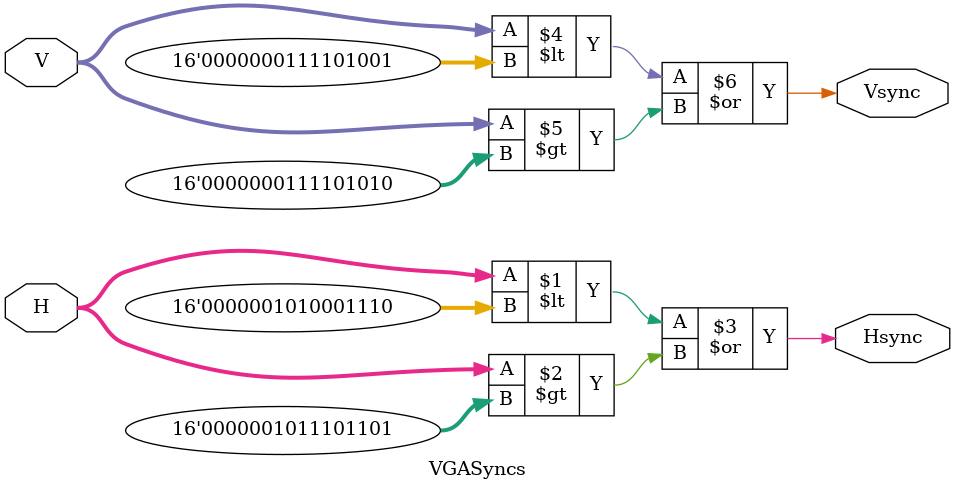
<source format=v>
`timescale 1ns / 1ps


module VGASyncs(
    input [15:0] H,
    input [15:0] V,
    output Hsync,
    output Vsync
    );
    
    assign Hsync = (H < 16'd654) | (H > 16'd749);
    assign Vsync = (V < 16'd489) | (V > 16'd490);
    
endmodule

</source>
